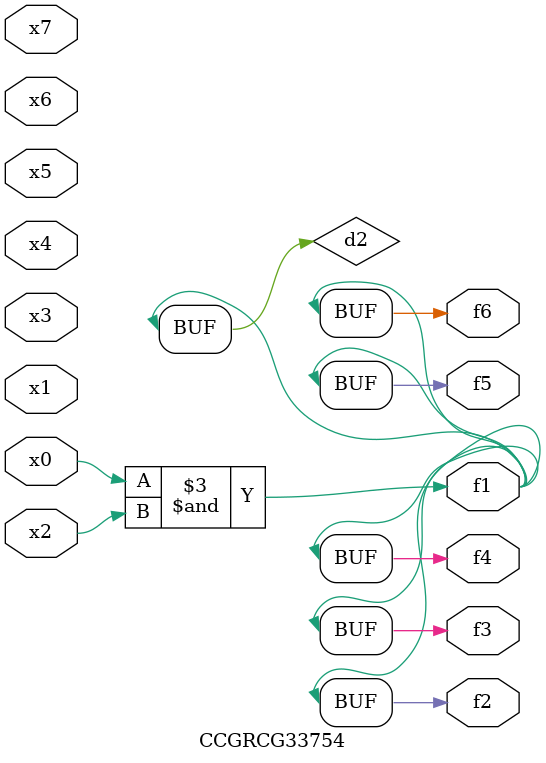
<source format=v>
module CCGRCG33754(
	input x0, x1, x2, x3, x4, x5, x6, x7,
	output f1, f2, f3, f4, f5, f6
);

	wire d1, d2;

	nor (d1, x3, x6);
	and (d2, x0, x2);
	assign f1 = d2;
	assign f2 = d2;
	assign f3 = d2;
	assign f4 = d2;
	assign f5 = d2;
	assign f6 = d2;
endmodule

</source>
